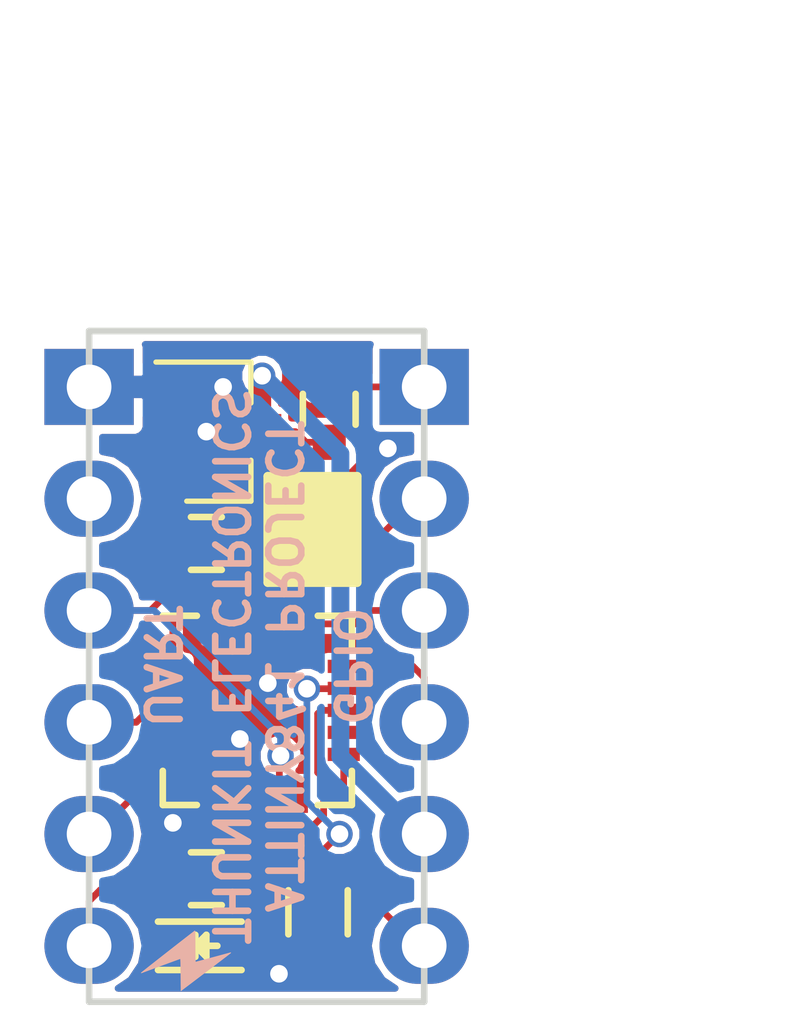
<source format=kicad_pcb>
(kicad_pcb (version 4) (host pcbnew 4.0.5+dfsg1-4)

  (general
    (links 28)
    (no_connects 0)
    (area 161.341999 108.636999 169.112001 124.027001)
    (thickness 1.6)
    (drawings 19)
    (tracks 86)
    (zones 0)
    (modules 17)
    (nets 19)
  )

  (page A4)
  (layers
    (0 F.Cu signal)
    (31 B.Cu signal)
    (32 B.Adhes user)
    (33 F.Adhes user)
    (34 B.Paste user)
    (35 F.Paste user)
    (36 B.SilkS user)
    (37 F.SilkS user)
    (38 B.Mask user)
    (39 F.Mask user)
    (40 Dwgs.User user)
    (41 Cmts.User user)
    (42 Eco1.User user)
    (43 Eco2.User user)
    (44 Edge.Cuts user)
    (45 Margin user)
    (46 B.CrtYd user)
    (47 F.CrtYd user)
    (48 B.Fab user hide)
    (49 F.Fab user hide)
  )

  (setup
    (last_trace_width 0.4064)
    (user_trace_width 0.4064)
    (trace_clearance 0.1524)
    (zone_clearance 0.1524)
    (zone_45_only no)
    (trace_min 0.1524)
    (segment_width 0.2)
    (edge_width 0.15)
    (via_size 0.6)
    (via_drill 0.4)
    (via_min_size 0.4)
    (via_min_drill 0.3)
    (uvia_size 0.3)
    (uvia_drill 0.1)
    (uvias_allowed no)
    (uvia_min_size 0)
    (uvia_min_drill 0)
    (pcb_text_width 0.3)
    (pcb_text_size 1.5 1.5)
    (mod_edge_width 0.15)
    (mod_text_size 1 1)
    (mod_text_width 0.15)
    (pad_size 0.6 0.6)
    (pad_drill 0.4)
    (pad_to_mask_clearance 0.0508)
    (aux_axis_origin 0 0)
    (visible_elements FFFFFF7F)
    (pcbplotparams
      (layerselection 0x00030_80000001)
      (usegerberextensions false)
      (excludeedgelayer true)
      (linewidth 0.100000)
      (plotframeref false)
      (viasonmask false)
      (mode 1)
      (useauxorigin false)
      (hpglpennumber 1)
      (hpglpenspeed 20)
      (hpglpendiameter 15)
      (hpglpenoverlay 2)
      (psnegative false)
      (psa4output false)
      (plotreference true)
      (plotvalue true)
      (plotinvisibletext false)
      (padsonsilk false)
      (subtractmaskfromsilk false)
      (outputformat 1)
      (mirror false)
      (drillshape 1)
      (scaleselection 1)
      (outputdirectory ""))
  )

  (net 0 "")
  (net 1 RTS)
  (net 2 "Net-(C1-Pad2)")
  (net 3 VIN)
  (net 4 GND)
  (net 5 VCC)
  (net 6 "Net-(D1-Pad2)")
  (net 7 CTS)
  (net 8 RX_T841)
  (net 9 TX_T841)
  (net 10 PA7)
  (net 11 PB0)
  (net 12 PA0)
  (net 13 PB1)
  (net 14 PA3)
  (net 15 "Net-(R1-Pad2)")
  (net 16 SCK)
  (net 17 MOSI)
  (net 18 MISO)

  (net_class Default "This is the default net class."
    (clearance 0.1524)
    (trace_width 0.1524)
    (via_dia 0.6)
    (via_drill 0.4)
    (uvia_dia 0.3)
    (uvia_drill 0.1)
    (add_net CTS)
    (add_net GND)
    (add_net MISO)
    (add_net MOSI)
    (add_net "Net-(C1-Pad2)")
    (add_net "Net-(D1-Pad2)")
    (add_net "Net-(R1-Pad2)")
    (add_net PA0)
    (add_net PA3)
    (add_net PA7)
    (add_net PB0)
    (add_net PB1)
    (add_net RTS)
    (add_net RX_T841)
    (add_net SCK)
    (add_net TX_T841)
    (add_net VCC)
    (add_net VIN)
  )

  (module MOD:Pin_Header_Straight_1x06_NO_SILK (layer B.Cu) (tedit 5BDE36EE) (tstamp 5BDE2305)
    (at 161.417 109.982 180)
    (descr "Through hole pin header")
    (tags "pin header")
    (path /5BDDEFA0)
    (fp_text reference P1 (at 0 5.1 180) (layer B.SilkS) hide
      (effects (font (size 1 1) (thickness 0.15)) (justify mirror))
    )
    (fp_text value UART (at 0 3.1 180) (layer B.Fab)
      (effects (font (size 1 1) (thickness 0.15)) (justify mirror))
    )
    (fp_line (start -1.75 1.75) (end -1.75 -14.45) (layer B.CrtYd) (width 0.05))
    (fp_line (start 1.75 1.75) (end 1.75 -14.45) (layer B.CrtYd) (width 0.05))
    (fp_line (start -1.75 1.75) (end 1.75 1.75) (layer B.CrtYd) (width 0.05))
    (fp_line (start -1.75 -14.45) (end 1.75 -14.45) (layer B.CrtYd) (width 0.05))
    (pad 1 thru_hole rect (at 0 0 180) (size 2.032 1.7272) (drill 1.016) (layers *.Cu *.Mask)
      (net 4 GND))
    (pad 2 thru_hole oval (at 0 -2.54 180) (size 2.032 1.7272) (drill 1.016) (layers *.Cu *.Mask)
      (net 7 CTS))
    (pad 3 thru_hole oval (at 0 -5.08 180) (size 2.032 1.7272) (drill 1.016) (layers *.Cu *.Mask)
      (net 5 VCC))
    (pad 4 thru_hole oval (at 0 -7.62 180) (size 2.032 1.7272) (drill 1.016) (layers *.Cu *.Mask)
      (net 8 RX_T841))
    (pad 5 thru_hole oval (at 0 -10.16 180) (size 2.032 1.7272) (drill 1.016) (layers *.Cu *.Mask)
      (net 9 TX_T841))
    (pad 6 thru_hole oval (at 0 -12.7 180) (size 2.032 1.7272) (drill 1.016) (layers *.Cu *.Mask)
      (net 1 RTS))
    (model Pin_Headers.3dshapes/Pin_Header_Angled_1x06.wrl
      (at (xyz 0 -0.25 -0.125))
      (scale (xyz 1 1 1))
      (rotate (xyz 0 180 270))
    )
  )

  (module "MOD:GND VIA" (layer F.Cu) (tedit 5BDE39A9) (tstamp 5BDE6AE7)
    (at 165.481 115.443)
    (fp_text reference "" (at 0 0) (layer F.SilkS)
      (effects (font (thickness 0.15)))
    )
    (fp_text value "" (at 0 0) (layer F.SilkS)
      (effects (font (thickness 0.15)))
    )
    (pad 1 thru_hole circle (at 0 1.27) (size 0.6 0.6) (drill 0.4) (layers *.Cu)
      (net 4 GND) (zone_connect 2))
  )

  (module "MOD:GND VIA" (layer F.Cu) (tedit 5BDE2800) (tstamp 5BDE6AA8)
    (at 164.084 109.728)
    (fp_text reference "" (at 0 0) (layer F.SilkS)
      (effects (font (thickness 0.15)))
    )
    (fp_text value "" (at 0 0) (layer F.SilkS)
      (effects (font (thickness 0.15)))
    )
    (pad 1 thru_hole circle (at 0 1.27) (size 0.6 0.6) (drill 0.4) (layers *.Cu)
      (net 4 GND) (zone_connect 2))
  )

  (module "MOD:GND VIA" (layer F.Cu) (tedit 5BDE2800) (tstamp 5BDE6AA4)
    (at 164.465 108.712)
    (fp_text reference "" (at 0 0) (layer F.SilkS)
      (effects (font (thickness 0.15)))
    )
    (fp_text value "" (at 0 0) (layer F.SilkS)
      (effects (font (thickness 0.15)))
    )
    (pad 1 thru_hole circle (at 0 1.27) (size 0.6 0.6) (drill 0.4) (layers *.Cu)
      (net 4 GND) (zone_connect 2))
  )

  (module "MOD:GND VIA" (layer F.Cu) (tedit 5BDE2800) (tstamp 5BDE6AA0)
    (at 168.2115 110.109)
    (fp_text reference "" (at 0 0) (layer F.SilkS)
      (effects (font (thickness 0.15)))
    )
    (fp_text value "" (at 0 0) (layer F.SilkS)
      (effects (font (thickness 0.15)))
    )
    (pad 1 thru_hole circle (at 0 1.27) (size 0.6 0.6) (drill 0.4) (layers *.Cu)
      (net 4 GND) (zone_connect 2))
  )

  (module "MOD:GND VIA" (layer F.Cu) (tedit 5BDE2800) (tstamp 5BDE6A9C)
    (at 163.322 118.618)
    (fp_text reference "" (at 0 0) (layer F.SilkS)
      (effects (font (thickness 0.15)))
    )
    (fp_text value "" (at 0 0) (layer F.SilkS)
      (effects (font (thickness 0.15)))
    )
    (pad 1 thru_hole circle (at 0 1.27) (size 0.6 0.6) (drill 0.4) (layers *.Cu)
      (net 4 GND) (zone_connect 2))
  )

  (module MOD:Pin_Header_Straight_1x06_NO_SILK (layer B.Cu) (tedit 5BDE36EE) (tstamp 5BDE2544)
    (at 169.037 109.982 180)
    (descr "Through hole pin header")
    (tags "pin header")
    (path /5BDE4F0B)
    (fp_text reference P2 (at 0 5.1 180) (layer B.SilkS) hide
      (effects (font (size 1 1) (thickness 0.15)) (justify mirror))
    )
    (fp_text value GPIO (at 0 3.1 180) (layer B.Fab)
      (effects (font (size 1 1) (thickness 0.15)) (justify mirror))
    )
    (fp_line (start -1.75 1.75) (end -1.75 -14.45) (layer B.CrtYd) (width 0.05))
    (fp_line (start 1.75 1.75) (end 1.75 -14.45) (layer B.CrtYd) (width 0.05))
    (fp_line (start -1.75 1.75) (end 1.75 1.75) (layer B.CrtYd) (width 0.05))
    (fp_line (start -1.75 -14.45) (end 1.75 -14.45) (layer B.CrtYd) (width 0.05))
    (pad 1 thru_hole rect (at 0 0 180) (size 2.032 1.7272) (drill 1.016) (layers *.Cu *.Mask)
      (net 16 SCK))
    (pad 2 thru_hole oval (at 0 -2.54 180) (size 2.032 1.7272) (drill 1.016) (layers *.Cu *.Mask)
      (net 18 MISO))
    (pad 3 thru_hole oval (at 0 -5.08 180) (size 2.032 1.7272) (drill 1.016) (layers *.Cu *.Mask)
      (net 17 MOSI))
    (pad 4 thru_hole oval (at 0 -7.62 180) (size 2.032 1.7272) (drill 1.016) (layers *.Cu *.Mask)
      (net 10 PA7))
    (pad 5 thru_hole oval (at 0 -10.16 180) (size 2.032 1.7272) (drill 1.016) (layers *.Cu *.Mask)
      (net 3 VIN))
    (pad 6 thru_hole oval (at 0 -12.7 180) (size 2.032 1.7272) (drill 1.016) (layers *.Cu *.Mask)
      (net 11 PB0))
    (model Pin_Headers.3dshapes/Pin_Header_Angled_1x06.wrl
      (at (xyz 0 -0.25 0.05))
      (scale (xyz 1 1 1))
      (rotate (xyz 0 0 90))
    )
  )

  (module "MOD:GND VIA" (layer F.Cu) (tedit 5BDE2800) (tstamp 5BDE2885)
    (at 165.735 122.047)
    (fp_text reference "" (at 0 0) (layer F.SilkS)
      (effects (font (thickness 0.15)))
    )
    (fp_text value "" (at 0 0) (layer F.SilkS)
      (effects (font (thickness 0.15)))
    )
    (pad 1 thru_hole circle (at 0 1.27) (size 0.6 0.6) (drill 0.4) (layers *.Cu)
      (net 4 GND) (zone_connect 2))
  )

  (module Capacitors_SMD:C_0603 (layer F.Cu) (tedit 5BDE23FD) (tstamp 5BDE22E3)
    (at 164.084 121.158)
    (descr "Capacitor SMD 0603, reflow soldering, AVX (see smccp.pdf)")
    (tags "capacitor 0603")
    (path /5BDE2060)
    (attr smd)
    (fp_text reference C1 (at 0 -1.9) (layer F.SilkS) hide
      (effects (font (size 1 1) (thickness 0.15)))
    )
    (fp_text value C (at 0 1.9) (layer F.Fab)
      (effects (font (size 1 1) (thickness 0.15)))
    )
    (fp_line (start -0.8 0.4) (end -0.8 -0.4) (layer F.Fab) (width 0.15))
    (fp_line (start 0.8 0.4) (end -0.8 0.4) (layer F.Fab) (width 0.15))
    (fp_line (start 0.8 -0.4) (end 0.8 0.4) (layer F.Fab) (width 0.15))
    (fp_line (start -0.8 -0.4) (end 0.8 -0.4) (layer F.Fab) (width 0.15))
    (fp_line (start -1.45 -0.75) (end 1.45 -0.75) (layer F.CrtYd) (width 0.05))
    (fp_line (start -1.45 0.75) (end 1.45 0.75) (layer F.CrtYd) (width 0.05))
    (fp_line (start -1.45 -0.75) (end -1.45 0.75) (layer F.CrtYd) (width 0.05))
    (fp_line (start 1.45 -0.75) (end 1.45 0.75) (layer F.CrtYd) (width 0.05))
    (fp_line (start -0.35 -0.6) (end 0.35 -0.6) (layer F.SilkS) (width 0.15))
    (fp_line (start 0.35 0.6) (end -0.35 0.6) (layer F.SilkS) (width 0.15))
    (pad 1 smd rect (at -0.75 0) (size 0.8 0.75) (layers F.Cu F.Paste F.Mask)
      (net 1 RTS))
    (pad 2 smd rect (at 0.75 0) (size 0.8 0.75) (layers F.Cu F.Paste F.Mask)
      (net 2 "Net-(C1-Pad2)"))
    (model Capacitors_SMD.3dshapes/C_0603.wrl
      (at (xyz 0 0 0))
      (scale (xyz 1 1 1))
      (rotate (xyz 0 0 0))
    )
  )

  (module Capacitors_SMD:C_0603 (layer F.Cu) (tedit 5BDE23FB) (tstamp 5BDE22E9)
    (at 166.878 110.49 90)
    (descr "Capacitor SMD 0603, reflow soldering, AVX (see smccp.pdf)")
    (tags "capacitor 0603")
    (path /5BDDE9C7)
    (attr smd)
    (fp_text reference C2 (at 0 -1.9 90) (layer F.SilkS) hide
      (effects (font (size 1 1) (thickness 0.15)))
    )
    (fp_text value C (at 0 1.9 90) (layer F.Fab)
      (effects (font (size 1 1) (thickness 0.15)))
    )
    (fp_line (start -0.8 0.4) (end -0.8 -0.4) (layer F.Fab) (width 0.15))
    (fp_line (start 0.8 0.4) (end -0.8 0.4) (layer F.Fab) (width 0.15))
    (fp_line (start 0.8 -0.4) (end 0.8 0.4) (layer F.Fab) (width 0.15))
    (fp_line (start -0.8 -0.4) (end 0.8 -0.4) (layer F.Fab) (width 0.15))
    (fp_line (start -1.45 -0.75) (end 1.45 -0.75) (layer F.CrtYd) (width 0.05))
    (fp_line (start -1.45 0.75) (end 1.45 0.75) (layer F.CrtYd) (width 0.05))
    (fp_line (start -1.45 -0.75) (end -1.45 0.75) (layer F.CrtYd) (width 0.05))
    (fp_line (start 1.45 -0.75) (end 1.45 0.75) (layer F.CrtYd) (width 0.05))
    (fp_line (start -0.35 -0.6) (end 0.35 -0.6) (layer F.SilkS) (width 0.15))
    (fp_line (start 0.35 0.6) (end -0.35 0.6) (layer F.SilkS) (width 0.15))
    (pad 1 smd rect (at -0.75 0 90) (size 0.8 0.75) (layers F.Cu F.Paste F.Mask)
      (net 3 VIN))
    (pad 2 smd rect (at 0.75 0 90) (size 0.8 0.75) (layers F.Cu F.Paste F.Mask)
      (net 4 GND))
    (model Capacitors_SMD.3dshapes/C_0603.wrl
      (at (xyz 0 0 0))
      (scale (xyz 1 1 1))
      (rotate (xyz 0 0 0))
    )
  )

  (module Capacitors_SMD:C_0603 (layer F.Cu) (tedit 5BDE23F8) (tstamp 5BDE22EF)
    (at 164.084 113.538)
    (descr "Capacitor SMD 0603, reflow soldering, AVX (see smccp.pdf)")
    (tags "capacitor 0603")
    (path /5BDDEA20)
    (attr smd)
    (fp_text reference C3 (at 0 -1.9) (layer F.SilkS) hide
      (effects (font (size 1 1) (thickness 0.15)))
    )
    (fp_text value C (at 0 1.9) (layer F.Fab)
      (effects (font (size 1 1) (thickness 0.15)))
    )
    (fp_line (start -0.8 0.4) (end -0.8 -0.4) (layer F.Fab) (width 0.15))
    (fp_line (start 0.8 0.4) (end -0.8 0.4) (layer F.Fab) (width 0.15))
    (fp_line (start 0.8 -0.4) (end 0.8 0.4) (layer F.Fab) (width 0.15))
    (fp_line (start -0.8 -0.4) (end 0.8 -0.4) (layer F.Fab) (width 0.15))
    (fp_line (start -1.45 -0.75) (end 1.45 -0.75) (layer F.CrtYd) (width 0.05))
    (fp_line (start -1.45 0.75) (end 1.45 0.75) (layer F.CrtYd) (width 0.05))
    (fp_line (start -1.45 -0.75) (end -1.45 0.75) (layer F.CrtYd) (width 0.05))
    (fp_line (start 1.45 -0.75) (end 1.45 0.75) (layer F.CrtYd) (width 0.05))
    (fp_line (start -0.35 -0.6) (end 0.35 -0.6) (layer F.SilkS) (width 0.15))
    (fp_line (start 0.35 0.6) (end -0.35 0.6) (layer F.SilkS) (width 0.15))
    (pad 1 smd rect (at -0.75 0) (size 0.8 0.75) (layers F.Cu F.Paste F.Mask)
      (net 5 VCC))
    (pad 2 smd rect (at 0.75 0) (size 0.8 0.75) (layers F.Cu F.Paste F.Mask)
      (net 4 GND))
    (model Capacitors_SMD.3dshapes/C_0603.wrl
      (at (xyz 0 0 0))
      (scale (xyz 1 1 1))
      (rotate (xyz 0 0 0))
    )
  )

  (module LEDs:LED_0603 (layer F.Cu) (tedit 5BDE23F5) (tstamp 5BDE22F5)
    (at 164.084 122.682)
    (descr "LED 0603 smd package")
    (tags "LED led 0603 SMD smd SMT smt smdled SMDLED smtled SMTLED")
    (path /5BDE25A5)
    (attr smd)
    (fp_text reference D1 (at 0 -1.5) (layer F.SilkS) hide
      (effects (font (size 1 1) (thickness 0.15)))
    )
    (fp_text value LED (at 0 1.5) (layer F.Fab)
      (effects (font (size 1 1) (thickness 0.15)))
    )
    (fp_line (start -0.3 -0.2) (end -0.3 0.2) (layer F.Fab) (width 0.15))
    (fp_line (start -0.2 0) (end 0.1 -0.2) (layer F.Fab) (width 0.15))
    (fp_line (start 0.1 0.2) (end -0.2 0) (layer F.Fab) (width 0.15))
    (fp_line (start 0.1 -0.2) (end 0.1 0.2) (layer F.Fab) (width 0.15))
    (fp_line (start 0.8 0.4) (end -0.8 0.4) (layer F.Fab) (width 0.15))
    (fp_line (start 0.8 -0.4) (end 0.8 0.4) (layer F.Fab) (width 0.15))
    (fp_line (start -0.8 -0.4) (end 0.8 -0.4) (layer F.Fab) (width 0.15))
    (fp_line (start -0.8 0.4) (end -0.8 -0.4) (layer F.Fab) (width 0.15))
    (fp_line (start -1.1 0.55) (end 0.8 0.55) (layer F.SilkS) (width 0.15))
    (fp_line (start -1.1 -0.55) (end 0.8 -0.55) (layer F.SilkS) (width 0.15))
    (fp_line (start -0.2 0) (end 0.25 0) (layer F.SilkS) (width 0.15))
    (fp_line (start -0.25 -0.25) (end -0.25 0.25) (layer F.SilkS) (width 0.15))
    (fp_line (start -0.25 0) (end 0 -0.25) (layer F.SilkS) (width 0.15))
    (fp_line (start 0 -0.25) (end 0 0.25) (layer F.SilkS) (width 0.15))
    (fp_line (start 0 0.25) (end -0.25 0) (layer F.SilkS) (width 0.15))
    (fp_line (start 1.4 -0.75) (end 1.4 0.75) (layer F.CrtYd) (width 0.05))
    (fp_line (start 1.4 0.75) (end -1.4 0.75) (layer F.CrtYd) (width 0.05))
    (fp_line (start -1.4 0.75) (end -1.4 -0.75) (layer F.CrtYd) (width 0.05))
    (fp_line (start -1.4 -0.75) (end 1.4 -0.75) (layer F.CrtYd) (width 0.05))
    (pad 2 smd rect (at 0.7493 0 180) (size 0.79756 0.79756) (layers F.Cu F.Paste F.Mask)
      (net 6 "Net-(D1-Pad2)"))
    (pad 1 smd rect (at -0.7493 0 180) (size 0.79756 0.79756) (layers F.Cu F.Paste F.Mask)
      (net 4 GND))
    (model LEDs.3dshapes/LED_0603.wrl
      (at (xyz 0 0 0))
      (scale (xyz 1 1 1))
      (rotate (xyz 0 0 180))
    )
  )

  (module TO_SOT_Packages_SMD:SOT-23 (layer F.Cu) (tedit 5BDE2390) (tstamp 5BDE234E)
    (at 164.338 110.998)
    (descr "SOT-23, Standard")
    (tags SOT-23)
    (path /5BDDE757)
    (attr smd)
    (fp_text reference U2 (at -1.54 -3.302) (layer F.SilkS) hide
      (effects (font (size 1 1) (thickness 0.15)))
    )
    (fp_text value AP1117 (at -0.6731 2.5) (layer F.Fab)
      (effects (font (size 1 1) (thickness 0.15)))
    )
    (fp_line (start 0.76 1.58) (end 0.76 0.65) (layer F.SilkS) (width 0.12))
    (fp_line (start 0.76 -1.58) (end 0.76 -0.65) (layer F.SilkS) (width 0.12))
    (fp_line (start 0.7 -1.52) (end 0.7 1.52) (layer F.Fab) (width 0.15))
    (fp_line (start -0.7 1.52) (end 0.7 1.52) (layer F.Fab) (width 0.15))
    (fp_line (start -1.7 -1.75) (end 1.7 -1.75) (layer F.CrtYd) (width 0.05))
    (fp_line (start 1.7 -1.75) (end 1.7 1.75) (layer F.CrtYd) (width 0.05))
    (fp_line (start 1.7 1.75) (end -1.7 1.75) (layer F.CrtYd) (width 0.05))
    (fp_line (start -1.7 1.75) (end -1.7 -1.75) (layer F.CrtYd) (width 0.05))
    (fp_line (start 0.76 -1.58) (end -1.4 -1.58) (layer F.SilkS) (width 0.12))
    (fp_line (start -0.7 -1.52) (end 0.7 -1.52) (layer F.Fab) (width 0.15))
    (fp_line (start -0.7 -1.52) (end -0.7 1.52) (layer F.Fab) (width 0.15))
    (fp_line (start 0.76 1.58) (end -0.7 1.58) (layer F.SilkS) (width 0.12))
    (pad 1 smd rect (at -1 -0.95) (size 0.9 0.8) (layers F.Cu F.Paste F.Mask)
      (net 4 GND))
    (pad 2 smd rect (at -1 0.95) (size 0.9 0.8) (layers F.Cu F.Paste F.Mask)
      (net 5 VCC))
    (pad 3 smd rect (at 1 0) (size 0.9 0.8) (layers F.Cu F.Paste F.Mask)
      (net 3 VIN))
    (model TO_SOT_Packages_SMD.3dshapes/SOT-23.wrl
      (at (xyz 0 0 0))
      (scale (xyz 1 1 1))
      (rotate (xyz 0 0 90))
    )
  )

  (module Resistors_SMD:R_0603 (layer F.Cu) (tedit 5BDE23F2) (tstamp 5BDE24AA)
    (at 166.624 121.92 90)
    (descr "Resistor SMD 0603, reflow soldering, Vishay (see dcrcw.pdf)")
    (tags "resistor 0603")
    (path /5BDE2602)
    (attr smd)
    (fp_text reference R1 (at 0 -1.9 90) (layer F.SilkS) hide
      (effects (font (size 1 1) (thickness 0.15)))
    )
    (fp_text value R (at 0 1.9 90) (layer F.Fab)
      (effects (font (size 1 1) (thickness 0.15)))
    )
    (fp_line (start -0.8 0.4) (end -0.8 -0.4) (layer F.Fab) (width 0.1))
    (fp_line (start 0.8 0.4) (end -0.8 0.4) (layer F.Fab) (width 0.1))
    (fp_line (start 0.8 -0.4) (end 0.8 0.4) (layer F.Fab) (width 0.1))
    (fp_line (start -0.8 -0.4) (end 0.8 -0.4) (layer F.Fab) (width 0.1))
    (fp_line (start -1.3 -0.8) (end 1.3 -0.8) (layer F.CrtYd) (width 0.05))
    (fp_line (start -1.3 0.8) (end 1.3 0.8) (layer F.CrtYd) (width 0.05))
    (fp_line (start -1.3 -0.8) (end -1.3 0.8) (layer F.CrtYd) (width 0.05))
    (fp_line (start 1.3 -0.8) (end 1.3 0.8) (layer F.CrtYd) (width 0.05))
    (fp_line (start 0.5 0.675) (end -0.5 0.675) (layer F.SilkS) (width 0.15))
    (fp_line (start -0.5 -0.675) (end 0.5 -0.675) (layer F.SilkS) (width 0.15))
    (pad 1 smd rect (at -0.75 0 90) (size 0.5 0.9) (layers F.Cu F.Paste F.Mask)
      (net 6 "Net-(D1-Pad2)"))
    (pad 2 smd rect (at 0.75 0 90) (size 0.5 0.9) (layers F.Cu F.Paste F.Mask)
      (net 15 "Net-(R1-Pad2)"))
    (model Resistors_SMD.3dshapes/R_0603.wrl
      (at (xyz 0 0 0))
      (scale (xyz 1 1 1))
      (rotate (xyz 0 0 0))
    )
  )

  (module MOD:QFN-20-1EP_4x4mm_Pitch0.5mm (layer F.Cu) (tedit 5BDE3BAC) (tstamp 5BDE2347)
    (at 165.243 117.332)
    (descr "20-Lead Plastic Quad Flat, No Lead Package (ML) - 4x4x0.9 mm Body [QFN]; (see Microchip Packaging Specification 00000049BS.pdf)")
    (tags "QFN 0.5")
    (path /5BDDDE73)
    (attr smd)
    (fp_text reference U1 (at 0 -3.33) (layer F.SilkS) hide
      (effects (font (size 1 1) (thickness 0.15)))
    )
    (fp_text value ATTINY841-MU (at 0 3.33) (layer F.Fab)
      (effects (font (size 1 1) (thickness 0.15)))
    )
    (fp_line (start -1 -2) (end 2 -2) (layer F.Fab) (width 0.15))
    (fp_line (start 2 -2) (end 2 2) (layer F.Fab) (width 0.15))
    (fp_line (start 2 2) (end -2 2) (layer F.Fab) (width 0.15))
    (fp_line (start -2 2) (end -2 -1) (layer F.Fab) (width 0.15))
    (fp_line (start -2 -1) (end -1 -2) (layer F.Fab) (width 0.15))
    (fp_line (start -2.6 -2.6) (end -2.6 2.6) (layer F.CrtYd) (width 0.05))
    (fp_line (start 2.6 -2.6) (end 2.6 2.6) (layer F.CrtYd) (width 0.05))
    (fp_line (start -2.6 -2.6) (end 2.6 -2.6) (layer F.CrtYd) (width 0.05))
    (fp_line (start -2.6 2.6) (end 2.6 2.6) (layer F.CrtYd) (width 0.05))
    (fp_line (start 2.15 -2.15) (end 2.15 -1.375) (layer F.SilkS) (width 0.15))
    (fp_line (start -2.15 2.15) (end -2.15 1.375) (layer F.SilkS) (width 0.15))
    (fp_line (start 2.15 2.15) (end 2.15 1.375) (layer F.SilkS) (width 0.15))
    (fp_line (start -2.15 -2.15) (end -1.375 -2.15) (layer F.SilkS) (width 0.15))
    (fp_line (start -2.15 2.15) (end -1.375 2.15) (layer F.SilkS) (width 0.15))
    (fp_line (start 2.15 2.15) (end 1.375 2.15) (layer F.SilkS) (width 0.15))
    (fp_line (start 2.15 -2.15) (end 1.375 -2.15) (layer F.SilkS) (width 0.15))
    (pad 1 smd rect (at -1.965 -1) (size 0.73 0.3) (layers F.Cu F.Paste F.Mask)
      (net 16 SCK))
    (pad 2 smd rect (at -1.965 -0.5) (size 0.73 0.3) (layers F.Cu F.Paste F.Mask)
      (net 14 PA3))
    (pad 3 smd rect (at -1.965 0) (size 0.73 0.3) (layers F.Cu F.Paste F.Mask)
      (net 8 RX_T841))
    (pad 4 smd rect (at -1.965 0.5) (size 0.73 0.3) (layers F.Cu F.Paste F.Mask)
      (net 9 TX_T841))
    (pad 5 smd rect (at -1.965 1) (size 0.73 0.3) (layers F.Cu F.Paste F.Mask)
      (net 12 PA0))
    (pad 6 smd rect (at -1 1.965 90) (size 0.73 0.3) (layers F.Cu F.Paste F.Mask))
    (pad 7 smd rect (at -0.5 1.965 90) (size 0.73 0.3) (layers F.Cu F.Paste F.Mask))
    (pad 8 smd rect (at 0 1.965 90) (size 0.73 0.3) (layers F.Cu F.Paste F.Mask)
      (net 4 GND))
    (pad 9 smd rect (at 0.5 1.965 90) (size 0.73 0.3) (layers F.Cu F.Paste F.Mask)
      (net 5 VCC))
    (pad 10 smd rect (at 1 1.965 90) (size 0.73 0.3) (layers F.Cu F.Paste F.Mask))
    (pad 11 smd rect (at 1.965 1) (size 0.73 0.3) (layers F.Cu F.Paste F.Mask)
      (net 11 PB0))
    (pad 12 smd rect (at 1.965 0.5) (size 0.73 0.3) (layers F.Cu F.Paste F.Mask)
      (net 13 PB1))
    (pad 13 smd rect (at 1.965 0) (size 0.73 0.3) (layers F.Cu F.Paste F.Mask)
      (net 2 "Net-(C1-Pad2)"))
    (pad 14 smd rect (at 1.965 -0.5) (size 0.73 0.3) (layers F.Cu F.Paste F.Mask)
      (net 15 "Net-(R1-Pad2)"))
    (pad 15 smd rect (at 1.965 -1) (size 0.73 0.3) (layers F.Cu F.Paste F.Mask)
      (net 10 PA7))
    (pad 16 smd rect (at 1 -1.965 90) (size 0.73 0.3) (layers F.Cu F.Paste F.Mask)
      (net 17 MOSI))
    (pad 17 smd rect (at 0.5 -1.965 90) (size 0.73 0.3) (layers F.Cu F.Paste F.Mask))
    (pad 18 smd rect (at 0 -1.965 90) (size 0.73 0.3) (layers F.Cu F.Paste F.Mask))
    (pad 19 smd rect (at -0.5 -1.965 90) (size 0.73 0.3) (layers F.Cu F.Paste F.Mask))
    (pad 20 smd rect (at -1 -1.965 90) (size 0.73 0.3) (layers F.Cu F.Paste F.Mask)
      (net 18 MISO))
    (model ${KISYS3DMOD}/Housings_DFN_QFN.3dshapes/QFN-20-1EP_4x4mm_Pitch0.5mm.wrl
      (at (xyz 0 0 0))
      (scale (xyz 1 1 1))
      (rotate (xyz 0 0 0))
    )
  )

  (module "MOD:GND VIA" (layer F.Cu) (tedit 5BDE39A9) (tstamp 5BDE6A4C)
    (at 164.846 116.713)
    (fp_text reference "" (at 0 0) (layer F.SilkS)
      (effects (font (thickness 0.15)))
    )
    (fp_text value "" (at 0 0) (layer F.SilkS)
      (effects (font (thickness 0.15)))
    )
    (pad 1 thru_hole circle (at 0 1.27) (size 0.6 0.6) (drill 0.4) (layers *.Cu)
      (net 4 GND) (zone_connect 2))
  )

  (module MOD:lightning2 (layer B.Cu) (tedit 0) (tstamp 5BDEF74E)
    (at 163.576 123.063 270)
    (fp_text reference G*** (at 0 0 270) (layer B.SilkS) hide
      (effects (font (thickness 0.3)) (justify mirror))
    )
    (fp_text value LOGO (at 0.75 0 270) (layer B.SilkS) hide
      (effects (font (thickness 0.3)) (justify mirror))
    )
    (fp_poly (pts (xy 0.235765 0.96729) (xy 0.228162 0.94615) (xy 0.21584 0.913513) (xy 0.197183 0.86346)
      (xy 0.173378 0.79923) (xy 0.145614 0.724057) (xy 0.115076 0.641179) (xy 0.082954 0.553831)
      (xy 0.050433 0.46525) (xy 0.018702 0.378673) (xy -0.011052 0.297336) (xy -0.037642 0.224475)
      (xy -0.05988 0.163326) (xy -0.076578 0.117126) (xy -0.08655 0.089112) (xy -0.0889 0.081988)
      (xy -0.076729 0.080494) (xy -0.042328 0.078927) (xy 0.011132 0.07736) (xy 0.080482 0.075872)
      (xy 0.162552 0.074537) (xy 0.254171 0.073433) (xy 0.276443 0.073217) (xy 0.641787 0.06985)
      (xy 0.220728 -0.486879) (xy 0.141472 -0.591571) (xy 0.066522 -0.690374) (xy -0.002672 -0.781392)
      (xy -0.06466 -0.862728) (xy -0.117994 -0.932485) (xy -0.161224 -0.988766) (xy -0.192901 -1.029675)
      (xy -0.211575 -1.053315) (xy -0.215893 -1.058379) (xy -0.226448 -1.064999) (xy -0.224955 -1.050813)
      (xy -0.22409 -1.04775) (xy -0.216216 -1.019736) (xy -0.203435 -0.973249) (xy -0.186703 -0.91185)
      (xy -0.166978 -0.8391) (xy -0.145217 -0.758563) (xy -0.122377 -0.6738) (xy -0.099417 -0.588373)
      (xy -0.077292 -0.505844) (xy -0.056961 -0.429775) (xy -0.03938 -0.363729) (xy -0.025508 -0.311267)
      (xy -0.016301 -0.275952) (xy -0.012716 -0.261345) (xy -0.0127 -0.261192) (xy -0.024865 -0.25933)
      (xy -0.059216 -0.257646) (xy -0.11254 -0.256207) (xy -0.181624 -0.255078) (xy -0.263256 -0.254322)
      (xy -0.354221 -0.254005) (xy -0.3683 -0.254) (xy -0.460376 -0.253783) (xy -0.543593 -0.25317)
      (xy -0.61474 -0.252219) (xy -0.670603 -0.250986) (xy -0.707968 -0.24953) (xy -0.723623 -0.247908)
      (xy -0.7239 -0.247657) (xy -0.716323 -0.236945) (xy -0.69469 -0.208379) (xy -0.660651 -0.164067)
      (xy -0.615855 -0.106118) (xy -0.56195 -0.036639) (xy -0.500587 0.042261) (xy -0.433414 0.128472)
      (xy -0.362081 0.219888) (xy -0.288237 0.314398) (xy -0.21353 0.409896) (xy -0.139611 0.504271)
      (xy -0.068127 0.595417) (xy -0.00073 0.681224) (xy 0.060934 0.759583) (xy 0.115213 0.828387)
      (xy 0.16046 0.885527) (xy 0.195025 0.928894) (xy 0.217258 0.956381) (xy 0.224749 0.9652)
      (xy 0.235777 0.975093) (xy 0.235765 0.96729)) (layer B.SilkS) (width 0.01))
  )

  (gr_line (start 165.608 113.411) (end 167.386 113.411) (layer F.SilkS) (width 0.4) (tstamp 5BE20038))
  (gr_line (start 165.608 113.792) (end 167.386 113.792) (layer F.SilkS) (width 0.4) (tstamp 5BE20016))
  (gr_line (start 165.608 114.173) (end 167.386 114.173) (layer F.SilkS) (width 0.4) (tstamp 5BE20015))
  (gr_line (start 165.608 113.03) (end 167.386 113.03) (layer F.SilkS) (width 0.4) (tstamp 5BE20013))
  (gr_line (start 165.608 112.649) (end 167.386 112.649) (layer F.SilkS) (width 0.4) (tstamp 5BE20012))
  (gr_line (start 165.608 112.268) (end 167.386 112.268) (layer F.SilkS) (width 0.4))
  (gr_line (start 165.481 114.427) (end 165.481 112.014) (layer F.SilkS) (width 0.2))
  (gr_line (start 167.513 114.427) (end 165.481 114.427) (layer F.SilkS) (width 0.2))
  (gr_line (start 167.513 112.014) (end 167.513 114.427) (layer F.SilkS) (width 0.2))
  (gr_line (start 165.481 112.014) (end 167.513 112.014) (layer F.SilkS) (width 0.2))
  (gr_text GPIO (at 167.386 116.332 270) (layer B.SilkS) (tstamp 5BDEF6FA)
    (effects (font (size 0.75 0.75) (thickness 0.15)) (justify mirror))
  )
  (gr_text UART (at 163.068 116.332 270) (layer B.SilkS) (tstamp 5BDEF6E5)
    (effects (font (size 0.75 0.75) (thickness 0.15)) (justify mirror))
  )
  (gr_text "ATTINY841 PROJECT\nTHUNKIT ELECTRONICS\n" (at 165.227 116.332 270) (layer B.SilkS)
    (effects (font (size 0.75 0.75) (thickness 0.15)) (justify mirror))
  )
  (gr_line (start 161.417 123.952) (end 161.417 108.712) (layer Edge.Cuts) (width 0.15))
  (gr_line (start 169.037 123.952) (end 161.417 123.952) (layer Edge.Cuts) (width 0.15))
  (gr_line (start 169.037 108.712) (end 169.037 123.952) (layer Edge.Cuts) (width 0.15))
  (gr_line (start 161.417 108.712) (end 169.037 108.712) (layer Edge.Cuts) (width 0.15))
  (dimension 15.24 (width 0.3) (layer Eco1.User)
    (gr_text "0.6000 in" (at 174.959 116.332 270) (layer Eco1.User)
      (effects (font (size 1.5 1.5) (thickness 0.3)))
    )
    (feature1 (pts (xy 169.037 123.952) (xy 176.309 123.952)))
    (feature2 (pts (xy 169.037 108.712) (xy 176.309 108.712)))
    (crossbar (pts (xy 173.609 108.712) (xy 173.609 123.952)))
    (arrow1a (pts (xy 173.609 123.952) (xy 173.022579 122.825496)))
    (arrow1b (pts (xy 173.609 123.952) (xy 174.195421 122.825496)))
    (arrow2a (pts (xy 173.609 108.712) (xy 173.022579 109.838504)))
    (arrow2b (pts (xy 173.609 108.712) (xy 174.195421 109.838504)))
  )
  (dimension 7.62 (width 0.3) (layer Eco1.User)
    (gr_text "0.3000 in" (at 165.227 103.044) (layer Eco1.User)
      (effects (font (size 1.5 1.5) (thickness 0.3)))
    )
    (feature1 (pts (xy 169.037 108.712) (xy 169.037 101.694)))
    (feature2 (pts (xy 161.417 108.712) (xy 161.417 101.694)))
    (crossbar (pts (xy 161.417 104.394) (xy 169.037 104.394)))
    (arrow1a (pts (xy 169.037 104.394) (xy 167.910496 104.980421)))
    (arrow1b (pts (xy 169.037 104.394) (xy 167.910496 103.807579)))
    (arrow2a (pts (xy 161.417 104.394) (xy 162.543504 104.980421)))
    (arrow2b (pts (xy 161.417 104.394) (xy 162.543504 103.807579)))
  )

  (segment (start 161.417 122.682) (end 161.417 121.666) (width 0.1524) (layer F.Cu) (net 1))
  (segment (start 161.417 121.666) (end 161.671 121.412) (width 0.1524) (layer F.Cu) (net 1))
  (segment (start 161.671 121.412) (end 163.08 121.412) (width 0.1524) (layer F.Cu) (net 1))
  (segment (start 163.08 121.412) (end 163.334 121.158) (width 0.1524) (layer F.Cu) (net 1))
  (segment (start 164.973 120.396) (end 164.834 120.535) (width 0.1524) (layer F.Cu) (net 2))
  (segment (start 164.834 120.535) (end 164.834 121.158) (width 0.1524) (layer F.Cu) (net 2))
  (segment (start 166.070482 120.396) (end 164.973 120.396) (width 0.1524) (layer F.Cu) (net 2))
  (segment (start 166.751 118.878518) (end 166.751 119.715482) (width 0.1524) (layer F.Cu) (net 2))
  (segment (start 166.751 119.715482) (end 166.070482 120.396) (width 0.1524) (layer F.Cu) (net 2))
  (segment (start 167.208 117.332) (end 166.6906 117.332) (width 0.1524) (layer F.Cu) (net 2))
  (segment (start 166.6906 117.332) (end 166.614399 117.408201) (width 0.1524) (layer F.Cu) (net 2))
  (segment (start 166.614399 117.408201) (end 166.614399 118.741917) (width 0.1524) (layer F.Cu) (net 2))
  (segment (start 166.614399 118.741917) (end 166.751 118.878518) (width 0.1524) (layer F.Cu) (net 2))
  (segment (start 165.354 109.728) (end 165.354 110.982) (width 0.4064) (layer F.Cu) (net 3))
  (segment (start 165.354 110.982) (end 165.338 110.998) (width 0.4064) (layer F.Cu) (net 3))
  (segment (start 167.132 111.506) (end 165.354 109.728) (width 0.4064) (layer B.Cu) (net 3))
  (via (at 165.354 109.728) (size 0.6) (drill 0.4) (layers F.Cu B.Cu) (net 3))
  (segment (start 167.132 118.3894) (end 167.132 111.506) (width 0.4064) (layer B.Cu) (net 3))
  (segment (start 169.037 120.142) (end 168.8846 120.142) (width 0.4064) (layer B.Cu) (net 3))
  (segment (start 168.8846 120.142) (end 167.132 118.3894) (width 0.4064) (layer B.Cu) (net 3))
  (segment (start 166.878 111.24) (end 166.3506 111.24) (width 0.1524) (layer F.Cu) (net 3))
  (segment (start 166.3506 111.24) (end 166.1086 110.998) (width 0.1524) (layer F.Cu) (net 3))
  (segment (start 166.1086 110.998) (end 165.338 110.998) (width 0.1524) (layer F.Cu) (net 3))
  (segment (start 161.417 109.982) (end 163.272 109.982) (width 0.4064) (layer F.Cu) (net 4))
  (segment (start 163.272 109.982) (end 163.338 110.048) (width 0.4064) (layer F.Cu) (net 4))
  (segment (start 164.846 117.983) (end 165.243 118.38) (width 0.1524) (layer F.Cu) (net 4))
  (segment (start 165.243 118.38) (end 165.243 119.297) (width 0.1524) (layer F.Cu) (net 4))
  (segment (start 165.743 119.297) (end 165.743 118.39115) (width 0.1524) (layer F.Cu) (net 5))
  (segment (start 165.771331 117.938555) (end 165.771331 118.362819) (width 0.1524) (layer B.Cu) (net 5))
  (segment (start 162.894776 115.062) (end 165.771331 117.938555) (width 0.1524) (layer B.Cu) (net 5))
  (segment (start 161.417 115.062) (end 162.894776 115.062) (width 0.1524) (layer B.Cu) (net 5))
  (segment (start 165.743 118.39115) (end 165.771331 118.362819) (width 0.1524) (layer F.Cu) (net 5))
  (via (at 165.771331 118.362819) (size 0.6) (drill 0.4) (layers F.Cu B.Cu) (net 5))
  (segment (start 163.334 113.538) (end 163.334 111.952) (width 0.1524) (layer F.Cu) (net 5))
  (segment (start 163.334 111.952) (end 163.338 111.948) (width 0.1524) (layer F.Cu) (net 5))
  (segment (start 161.417 115.062) (end 162.814 115.062) (width 0.1524) (layer F.Cu) (net 5))
  (segment (start 162.814 115.062) (end 163.334 114.542) (width 0.1524) (layer F.Cu) (net 5))
  (segment (start 163.334 114.542) (end 163.334 113.538) (width 0.1524) (layer F.Cu) (net 5))
  (segment (start 164.8333 122.682) (end 166.612 122.682) (width 0.1524) (layer F.Cu) (net 6))
  (segment (start 166.612 122.682) (end 166.624 122.67) (width 0.1524) (layer F.Cu) (net 6))
  (segment (start 162.4906 117.602) (end 161.417 117.602) (width 0.1524) (layer F.Cu) (net 8))
  (segment (start 163.278 117.332) (end 162.7606 117.332) (width 0.1524) (layer F.Cu) (net 8))
  (segment (start 162.7606 117.332) (end 162.4906 117.602) (width 0.1524) (layer F.Cu) (net 8))
  (segment (start 163.278 117.832) (end 162.7606 117.832) (width 0.1524) (layer F.Cu) (net 9))
  (segment (start 162.7606 117.832) (end 162.684399 117.908201) (width 0.1524) (layer F.Cu) (net 9))
  (segment (start 162.684399 117.908201) (end 162.684399 119.027001) (width 0.1524) (layer F.Cu) (net 9))
  (segment (start 162.684399 119.027001) (end 161.5694 120.142) (width 0.1524) (layer F.Cu) (net 9))
  (segment (start 161.5694 120.142) (end 161.417 120.142) (width 0.1524) (layer F.Cu) (net 9))
  (segment (start 167.208 116.332) (end 168.783 116.332) (width 0.1524) (layer F.Cu) (net 10))
  (segment (start 168.783 116.332) (end 169.037 116.586) (width 0.1524) (layer F.Cu) (net 10))
  (segment (start 169.037 116.586) (end 169.037 117.602) (width 0.1524) (layer F.Cu) (net 10))
  (segment (start 167.64 119.888) (end 167.64 121.412) (width 0.1524) (layer F.Cu) (net 11))
  (segment (start 169.037 122.682) (end 168.8846 122.682) (width 0.1524) (layer F.Cu) (net 11))
  (segment (start 168.8846 122.682) (end 167.64 121.4374) (width 0.1524) (layer F.Cu) (net 11))
  (segment (start 167.64 121.4374) (end 167.64 121.412) (width 0.1524) (layer F.Cu) (net 11))
  (segment (start 167.208 119.456) (end 167.64 119.888) (width 0.1524) (layer F.Cu) (net 11))
  (segment (start 167.208 118.332) (end 167.208 119.456) (width 0.1524) (layer F.Cu) (net 11))
  (segment (start 166.811391 120.441999) (end 167.11139 120.142) (width 0.1524) (layer F.Cu) (net 15))
  (segment (start 166.624 120.62939) (end 166.811391 120.441999) (width 0.1524) (layer F.Cu) (net 15))
  (segment (start 166.624 121.17) (end 166.624 120.62939) (width 0.1524) (layer F.Cu) (net 15))
  (segment (start 166.811391 119.842001) (end 167.11139 120.142) (width 0.1524) (layer B.Cu) (net 15))
  (segment (start 166.37 119.40061) (end 166.811391 119.842001) (width 0.1524) (layer B.Cu) (net 15))
  (segment (start 166.37 116.84) (end 166.37 119.40061) (width 0.1524) (layer B.Cu) (net 15))
  (via (at 167.11139 120.142) (size 0.6) (drill 0.4) (layers F.Cu B.Cu) (net 15))
  (segment (start 166.37 116.84) (end 167.2 116.84) (width 0.1524) (layer F.Cu) (net 15))
  (segment (start 167.2 116.84) (end 167.208 116.832) (width 0.1524) (layer F.Cu) (net 15))
  (via (at 166.37 116.84) (size 0.6) (drill 0.4) (layers F.Cu B.Cu) (net 15))
  (segment (start 167.64 110.109) (end 167.767 109.982) (width 0.1524) (layer F.Cu) (net 16))
  (segment (start 167.767 109.982) (end 169.037 109.982) (width 0.1524) (layer F.Cu) (net 16))
  (segment (start 167.64 111.664482) (end 167.64 110.109) (width 0.1524) (layer F.Cu) (net 16))
  (segment (start 165.171518 112.014) (end 167.290482 112.014) (width 0.1524) (layer F.Cu) (net 16))
  (segment (start 167.290482 112.014) (end 167.64 111.664482) (width 0.1524) (layer F.Cu) (net 16))
  (segment (start 164.084 114.427) (end 164.084 113.101518) (width 0.1524) (layer F.Cu) (net 16))
  (segment (start 164.084 113.101518) (end 165.171518 112.014) (width 0.1524) (layer F.Cu) (net 16))
  (segment (start 163.322 115.189) (end 164.084 114.427) (width 0.1524) (layer F.Cu) (net 16))
  (segment (start 163.322 115.9856) (end 163.322 115.189) (width 0.1524) (layer F.Cu) (net 16))
  (segment (start 163.278 116.332) (end 163.278 116.0296) (width 0.1524) (layer F.Cu) (net 16))
  (segment (start 163.278 116.0296) (end 163.322 115.9856) (width 0.1524) (layer F.Cu) (net 16))
  (segment (start 167.767 115.062) (end 167.462 115.367) (width 0.1524) (layer F.Cu) (net 17))
  (segment (start 167.462 115.367) (end 166.243 115.367) (width 0.1524) (layer F.Cu) (net 17))
  (segment (start 169.037 115.062) (end 167.767 115.062) (width 0.1524) (layer F.Cu) (net 17))
  (segment (start 164.7926 114.3) (end 167.1066 114.3) (width 0.1524) (layer F.Cu) (net 18))
  (segment (start 168.8846 112.522) (end 169.037 112.522) (width 0.1524) (layer F.Cu) (net 18))
  (segment (start 167.1066 114.3) (end 168.8846 112.522) (width 0.1524) (layer F.Cu) (net 18))
  (segment (start 164.243 115.367) (end 164.243 114.8496) (width 0.1524) (layer F.Cu) (net 18))
  (segment (start 164.243 114.8496) (end 164.7926 114.3) (width 0.1524) (layer F.Cu) (net 18))

  (zone (net 4) (net_name GND) (layer B.Cu) (tstamp 0) (hatch edge 0.508)
    (connect_pads (clearance 0.1524))
    (min_thickness 0.1524)
    (fill yes (arc_segments 16) (thermal_gap 0.2032) (thermal_bridge_width 0.508))
    (polygon
      (pts
        (xy 161.417 108.712) (xy 169.037 108.712) (xy 169.037 123.952) (xy 161.417 123.952)
      )
    )
    (filled_polygon
      (pts
        (xy 165.394157 117.992433) (xy 165.323467 118.063) (xy 165.242823 118.257213) (xy 165.242639 118.467503) (xy 165.322944 118.661856)
        (xy 165.471512 118.810683) (xy 165.665725 118.891327) (xy 165.876015 118.891511) (xy 166.0652 118.813341) (xy 166.0652 119.40061)
        (xy 166.088402 119.517252) (xy 166.154474 119.616136) (xy 166.582875 120.044537) (xy 166.582698 120.246684) (xy 166.663003 120.441037)
        (xy 166.811571 120.589864) (xy 167.005784 120.670508) (xy 167.216074 120.670692) (xy 167.410427 120.590387) (xy 167.559254 120.441819)
        (xy 167.639898 120.247606) (xy 167.640082 120.037316) (xy 167.559777 119.842963) (xy 167.411209 119.694136) (xy 167.216996 119.613492)
        (xy 167.013756 119.613314) (xy 166.6748 119.274358) (xy 166.6748 117.282634) (xy 166.7002 117.257278) (xy 166.7002 118.3894)
        (xy 166.733069 118.554643) (xy 166.793054 118.644417) (xy 166.826671 118.694729) (xy 167.853086 119.721144) (xy 167.851156 119.724033)
        (xy 167.768017 120.142) (xy 167.851156 120.559967) (xy 168.087915 120.914302) (xy 168.44225 121.151061) (xy 168.7334 121.208974)
        (xy 168.7334 121.615026) (xy 168.44225 121.672939) (xy 168.087915 121.909698) (xy 167.851156 122.264033) (xy 167.768017 122.682)
        (xy 167.851156 123.099967) (xy 168.087915 123.454302) (xy 168.378403 123.6484) (xy 162.075597 123.6484) (xy 162.366085 123.454302)
        (xy 162.602844 123.099967) (xy 162.685983 122.682) (xy 162.602844 122.264033) (xy 162.366085 121.909698) (xy 162.01175 121.672939)
        (xy 161.7206 121.615026) (xy 161.7206 121.208974) (xy 162.01175 121.151061) (xy 162.366085 120.914302) (xy 162.602844 120.559967)
        (xy 162.685983 120.142) (xy 162.602844 119.724033) (xy 162.366085 119.369698) (xy 162.01175 119.132939) (xy 161.7206 119.075026)
        (xy 161.7206 118.668974) (xy 162.01175 118.611061) (xy 162.366085 118.374302) (xy 162.602844 118.019967) (xy 162.685983 117.602)
        (xy 162.602844 117.184033) (xy 162.366085 116.829698) (xy 162.01175 116.592939) (xy 161.7206 116.535026) (xy 161.7206 116.128974)
        (xy 162.01175 116.071061) (xy 162.366085 115.834302) (xy 162.602844 115.479967) (xy 162.625354 115.3668) (xy 162.768524 115.3668)
      )
    )
    (filled_polygon
      (pts
        (xy 167.806285 109.02772) (xy 167.787922 109.1184) (xy 167.787922 110.8456) (xy 167.803862 110.930314) (xy 167.853928 111.008118)
        (xy 167.93032 111.060315) (xy 168.021 111.078678) (xy 168.7334 111.078678) (xy 168.7334 111.455026) (xy 168.44225 111.512939)
        (xy 168.087915 111.749698) (xy 167.851156 112.104033) (xy 167.768017 112.522) (xy 167.851156 112.939967) (xy 168.087915 113.294302)
        (xy 168.44225 113.531061) (xy 168.7334 113.588974) (xy 168.7334 113.995026) (xy 168.44225 114.052939) (xy 168.087915 114.289698)
        (xy 167.851156 114.644033) (xy 167.768017 115.062) (xy 167.851156 115.479967) (xy 168.087915 115.834302) (xy 168.44225 116.071061)
        (xy 168.7334 116.128974) (xy 168.7334 116.535026) (xy 168.44225 116.592939) (xy 168.087915 116.829698) (xy 167.851156 117.184033)
        (xy 167.768017 117.602) (xy 167.851156 118.019967) (xy 168.087915 118.374302) (xy 168.44225 118.611061) (xy 168.7334 118.668974)
        (xy 168.7334 119.075026) (xy 168.478905 119.125648) (xy 167.5638 118.210542) (xy 167.5638 111.506005) (xy 167.563801 111.506)
        (xy 167.530931 111.340758) (xy 167.530931 111.340757) (xy 167.437329 111.200671) (xy 165.882672 109.646014) (xy 165.882692 109.623316)
        (xy 165.802387 109.428963) (xy 165.653819 109.280136) (xy 165.459606 109.199492) (xy 165.249316 109.199308) (xy 165.054963 109.279613)
        (xy 164.906136 109.428181) (xy 164.825492 109.622394) (xy 164.825308 109.832684) (xy 164.905613 110.027037) (xy 165.054181 110.175864)
        (xy 165.248394 110.256508) (xy 165.271871 110.256529) (xy 166.7002 111.684858) (xy 166.7002 116.42257) (xy 166.669819 116.392136)
        (xy 166.475606 116.311492) (xy 166.265316 116.311308) (xy 166.070963 116.391613) (xy 165.922136 116.540181) (xy 165.841492 116.734394)
        (xy 165.841308 116.944684) (xy 165.921613 117.139037) (xy 166.0652 117.282874) (xy 166.0652 117.883602) (xy 166.052929 117.821913)
        (xy 165.986857 117.723029) (xy 163.110302 114.846474) (xy 163.011418 114.780402) (xy 162.894776 114.7572) (xy 162.625354 114.7572)
        (xy 162.602844 114.644033) (xy 162.366085 114.289698) (xy 162.01175 114.052939) (xy 161.7206 113.995026) (xy 161.7206 113.588974)
        (xy 162.01175 113.531061) (xy 162.366085 113.294302) (xy 162.602844 112.939967) (xy 162.685983 112.522) (xy 162.602844 112.104033)
        (xy 162.366085 111.749698) (xy 162.01175 111.512939) (xy 161.7206 111.455026) (xy 161.7206 111.125) (xy 162.488576 111.125)
        (xy 162.591267 111.082464) (xy 162.669864 111.003867) (xy 162.7124 110.901176) (xy 162.7124 110.22965) (xy 162.64255 110.1598)
        (xy 161.7206 110.1598) (xy 161.7206 109.8042) (xy 162.64255 109.8042) (xy 162.7124 109.73435) (xy 162.7124 109.062824)
        (xy 162.692839 109.0156) (xy 167.814566 109.0156)
      )
    )
  )
  (zone (net 4) (net_name GND) (layer F.Cu) (tstamp 5BDE285F) (hatch edge 0.508)
    (connect_pads (clearance 0.1524))
    (min_thickness 0.1524)
    (fill yes (arc_segments 16) (thermal_gap 0.2032) (thermal_bridge_width 0.508))
    (polygon
      (pts
        (xy 161.417 108.712) (xy 169.037 108.712) (xy 169.037 123.952) (xy 161.417 123.952)
      )
    )
    (filled_polygon
      (pts
        (xy 163.859922 115.732) (xy 163.875862 115.816714) (xy 163.925928 115.894518) (xy 164.00232 115.946715) (xy 164.093 115.965078)
        (xy 164.393 115.965078) (xy 164.477714 115.949138) (xy 164.492212 115.939809) (xy 164.50232 115.946715) (xy 164.593 115.965078)
        (xy 164.893 115.965078) (xy 164.977714 115.949138) (xy 164.992212 115.939809) (xy 165.00232 115.946715) (xy 165.093 115.965078)
        (xy 165.393 115.965078) (xy 165.477714 115.949138) (xy 165.492212 115.939809) (xy 165.50232 115.946715) (xy 165.593 115.965078)
        (xy 165.893 115.965078) (xy 165.977714 115.949138) (xy 165.992212 115.939809) (xy 166.00232 115.946715) (xy 166.093 115.965078)
        (xy 166.393 115.965078) (xy 166.477714 115.949138) (xy 166.555518 115.899072) (xy 166.607715 115.82268) (xy 166.626078 115.732)
        (xy 166.626078 115.6718) (xy 167.462 115.6718) (xy 167.578642 115.648598) (xy 167.677526 115.582526) (xy 167.839365 115.420687)
        (xy 167.851156 115.479967) (xy 168.087915 115.834302) (xy 168.376607 116.0272) (xy 167.745038 116.0272) (xy 167.740072 116.019482)
        (xy 167.66368 115.967285) (xy 167.573 115.948922) (xy 166.843 115.948922) (xy 166.758286 115.964862) (xy 166.680482 116.014928)
        (xy 166.628285 116.09132) (xy 166.609922 116.182) (xy 166.609922 116.367265) (xy 166.475606 116.311492) (xy 166.265316 116.311308)
        (xy 166.070963 116.391613) (xy 165.922136 116.540181) (xy 165.841492 116.734394) (xy 165.841308 116.944684) (xy 165.921613 117.139037)
        (xy 166.070181 117.287864) (xy 166.264394 117.368508) (xy 166.317485 117.368554) (xy 166.309599 117.408201) (xy 166.309599 118.698922)
        (xy 166.182848 118.698922) (xy 166.219195 118.662638) (xy 166.299839 118.468425) (xy 166.300023 118.258135) (xy 166.219718 118.063782)
        (xy 166.07115 117.914955) (xy 165.876937 117.834311) (xy 165.666647 117.834127) (xy 165.472294 117.914432) (xy 165.323467 118.063)
        (xy 165.242823 118.257213) (xy 165.242639 118.467503) (xy 165.322944 118.661856) (xy 165.350745 118.689705) (xy 165.318 118.72245)
        (xy 165.318 119.1192) (xy 165.359922 119.1192) (xy 165.359922 119.4748) (xy 165.318 119.4748) (xy 165.318 119.87155)
        (xy 165.38785 119.9414) (xy 165.448576 119.9414) (xy 165.551267 119.898864) (xy 165.561443 119.888688) (xy 165.593 119.895078)
        (xy 165.893 119.895078) (xy 165.977714 119.879138) (xy 165.992212 119.869809) (xy 166.00232 119.876715) (xy 166.093 119.895078)
        (xy 166.140352 119.895078) (xy 165.94423 120.0912) (xy 164.973 120.0912) (xy 164.856358 120.114402) (xy 164.773751 120.169598)
        (xy 164.757474 120.180474) (xy 164.618474 120.319474) (xy 164.552402 120.418358) (xy 164.5292 120.535) (xy 164.5292 120.549922)
        (xy 164.434 120.549922) (xy 164.349286 120.565862) (xy 164.271482 120.615928) (xy 164.219285 120.69232) (xy 164.200922 120.783)
        (xy 164.200922 121.533) (xy 164.216862 121.617714) (xy 164.266928 121.695518) (xy 164.34332 121.747715) (xy 164.434 121.766078)
        (xy 165.234 121.766078) (xy 165.318714 121.750138) (xy 165.396518 121.700072) (xy 165.448715 121.62368) (xy 165.467078 121.533)
        (xy 165.467078 120.783) (xy 165.451611 120.7008) (xy 166.070482 120.7008) (xy 166.187124 120.677598) (xy 166.286008 120.611526)
        (xy 166.331878 120.565656) (xy 166.3192 120.62939) (xy 166.3192 120.686922) (xy 166.174 120.686922) (xy 166.089286 120.702862)
        (xy 166.011482 120.752928) (xy 165.959285 120.82932) (xy 165.940922 120.92) (xy 165.940922 121.42) (xy 165.956862 121.504714)
        (xy 166.006928 121.582518) (xy 166.08332 121.634715) (xy 166.174 121.653078) (xy 167.074 121.653078) (xy 167.158714 121.637138)
        (xy 167.236518 121.587072) (xy 167.288715 121.51068) (xy 167.307078 121.42) (xy 167.307078 120.92) (xy 167.291138 120.835286)
        (xy 167.241072 120.757482) (xy 167.16468 120.705285) (xy 167.074 120.686922) (xy 166.99752 120.686922) (xy 167.013927 120.670515)
        (xy 167.216074 120.670692) (xy 167.3352 120.62147) (xy 167.3352 121.4374) (xy 167.358402 121.554042) (xy 167.424474 121.652926)
        (xy 167.925026 122.153478) (xy 167.851156 122.264033) (xy 167.768017 122.682) (xy 167.851156 123.099967) (xy 168.087915 123.454302)
        (xy 168.378403 123.6484) (xy 162.075597 123.6484) (xy 162.366085 123.454302) (xy 162.602844 123.099967) (xy 162.65652 122.83012)
        (xy 162.65652 122.859802) (xy 162.726368 122.859802) (xy 162.65652 122.92965) (xy 162.65652 123.136356) (xy 162.699056 123.239047)
        (xy 162.777653 123.317644) (xy 162.880344 123.36018) (xy 163.08705 123.36018) (xy 163.1569 123.29033) (xy 163.1569 122.8598)
        (xy 163.5125 122.8598) (xy 163.5125 123.29033) (xy 163.58235 123.36018) (xy 163.789056 123.36018) (xy 163.891747 123.317644)
        (xy 163.970344 123.239047) (xy 164.01288 123.136356) (xy 164.01288 122.92965) (xy 163.94303 122.8598) (xy 163.5125 122.8598)
        (xy 163.1569 122.8598) (xy 163.1369 122.8598) (xy 163.1369 122.5042) (xy 163.1569 122.5042) (xy 163.1569 122.07367)
        (xy 163.5125 122.07367) (xy 163.5125 122.5042) (xy 163.94303 122.5042) (xy 164.01288 122.43435) (xy 164.01288 122.28322)
        (xy 164.201442 122.28322) (xy 164.201442 123.08078) (xy 164.217382 123.165494) (xy 164.267448 123.243298) (xy 164.34384 123.295495)
        (xy 164.43452 123.313858) (xy 165.23208 123.313858) (xy 165.316794 123.297918) (xy 165.394598 123.247852) (xy 165.446795 123.17146)
        (xy 165.465158 123.08078) (xy 165.465158 122.9868) (xy 165.953491 122.9868) (xy 165.956862 123.004714) (xy 166.006928 123.082518)
        (xy 166.08332 123.134715) (xy 166.174 123.153078) (xy 167.074 123.153078) (xy 167.158714 123.137138) (xy 167.236518 123.087072)
        (xy 167.288715 123.01068) (xy 167.307078 122.92) (xy 167.307078 122.42) (xy 167.291138 122.335286) (xy 167.241072 122.257482)
        (xy 167.16468 122.205285) (xy 167.074 122.186922) (xy 166.174 122.186922) (xy 166.089286 122.202862) (xy 166.011482 122.252928)
        (xy 165.959285 122.32932) (xy 165.949589 122.3772) (xy 165.465158 122.3772) (xy 165.465158 122.28322) (xy 165.449218 122.198506)
        (xy 165.399152 122.120702) (xy 165.32276 122.068505) (xy 165.23208 122.050142) (xy 164.43452 122.050142) (xy 164.349806 122.066082)
        (xy 164.272002 122.116148) (xy 164.219805 122.19254) (xy 164.201442 122.28322) (xy 164.01288 122.28322) (xy 164.01288 122.227644)
        (xy 163.970344 122.124953) (xy 163.891747 122.046356) (xy 163.789056 122.00382) (xy 163.58235 122.00382) (xy 163.5125 122.07367)
        (xy 163.1569 122.07367) (xy 163.08705 122.00382) (xy 162.880344 122.00382) (xy 162.777653 122.046356) (xy 162.699056 122.124953)
        (xy 162.65652 122.227644) (xy 162.65652 122.43435) (xy 162.726368 122.504198) (xy 162.65652 122.504198) (xy 162.65652 122.53388)
        (xy 162.602844 122.264033) (xy 162.366085 121.909698) (xy 162.077393 121.7168) (xy 162.798075 121.7168) (xy 162.84332 121.747715)
        (xy 162.934 121.766078) (xy 163.734 121.766078) (xy 163.818714 121.750138) (xy 163.896518 121.700072) (xy 163.948715 121.62368)
        (xy 163.967078 121.533) (xy 163.967078 120.783) (xy 163.951138 120.698286) (xy 163.901072 120.620482) (xy 163.82468 120.568285)
        (xy 163.734 120.549922) (xy 162.934 120.549922) (xy 162.849286 120.565862) (xy 162.771482 120.615928) (xy 162.719285 120.69232)
        (xy 162.700922 120.783) (xy 162.700922 121.1072) (xy 162.077393 121.1072) (xy 162.366085 120.914302) (xy 162.602844 120.559967)
        (xy 162.685983 120.142) (xy 162.602844 119.724033) (xy 162.528974 119.613478) (xy 162.899925 119.242527) (xy 162.939487 119.183318)
        (xy 162.965997 119.143643) (xy 162.989199 119.027001) (xy 162.989199 118.932) (xy 163.859922 118.932) (xy 163.859922 119.662)
        (xy 163.875862 119.746714) (xy 163.925928 119.824518) (xy 164.00232 119.876715) (xy 164.093 119.895078) (xy 164.393 119.895078)
        (xy 164.477714 119.879138) (xy 164.492212 119.869809) (xy 164.50232 119.876715) (xy 164.593 119.895078) (xy 164.893 119.895078)
        (xy 164.924938 119.889069) (xy 164.934733 119.898864) (xy 165.037424 119.9414) (xy 165.09815 119.9414) (xy 165.168 119.87155)
        (xy 165.168 119.4748) (xy 165.126078 119.4748) (xy 165.126078 119.1192) (xy 165.168 119.1192) (xy 165.168 118.72245)
        (xy 165.09815 118.6526) (xy 165.037424 118.6526) (xy 164.934733 118.695136) (xy 164.924557 118.705312) (xy 164.893 118.698922)
        (xy 164.593 118.698922) (xy 164.508286 118.714862) (xy 164.493788 118.724191) (xy 164.48368 118.717285) (xy 164.393 118.698922)
        (xy 164.093 118.698922) (xy 164.008286 118.714862) (xy 163.930482 118.764928) (xy 163.878285 118.84132) (xy 163.859922 118.932)
        (xy 162.989199 118.932) (xy 162.989199 118.715078) (xy 163.643 118.715078) (xy 163.727714 118.699138) (xy 163.805518 118.649072)
        (xy 163.857715 118.57268) (xy 163.876078 118.482) (xy 163.876078 118.182) (xy 163.860138 118.097286) (xy 163.850809 118.082788)
        (xy 163.857715 118.07268) (xy 163.876078 117.982) (xy 163.876078 117.682) (xy 163.860138 117.597286) (xy 163.850809 117.582788)
        (xy 163.857715 117.57268) (xy 163.876078 117.482) (xy 163.876078 117.182) (xy 163.860138 117.097286) (xy 163.850809 117.082788)
        (xy 163.857715 117.07268) (xy 163.876078 116.982) (xy 163.876078 116.682) (xy 163.860138 116.597286) (xy 163.850809 116.582788)
        (xy 163.857715 116.57268) (xy 163.876078 116.482) (xy 163.876078 116.182) (xy 163.860138 116.097286) (xy 163.810072 116.019482)
        (xy 163.73368 115.967285) (xy 163.643 115.948922) (xy 163.6268 115.948922) (xy 163.6268 115.315252) (xy 163.859922 115.08213)
      )
    )
    (filled_polygon
      (pts
        (xy 167.806285 109.02772) (xy 167.787922 109.1184) (xy 167.787922 109.6772) (xy 167.767 109.6772) (xy 167.650358 109.700402)
        (xy 167.551474 109.766474) (xy 167.424474 109.893474) (xy 167.40822 109.9178) (xy 167.0558 109.9178) (xy 167.0558 110.34955)
        (xy 167.12565 110.4194) (xy 167.308576 110.4194) (xy 167.3352 110.408372) (xy 167.3352 110.623568) (xy 167.253 110.606922)
        (xy 166.503 110.606922) (xy 166.418286 110.622862) (xy 166.340482 110.672928) (xy 166.288285 110.74932) (xy 166.286643 110.757429)
        (xy 166.225242 110.716402) (xy 166.1086 110.6932) (xy 166.021078 110.6932) (xy 166.021078 110.598) (xy 166.005138 110.513286)
        (xy 165.955072 110.435482) (xy 165.87868 110.383285) (xy 165.788 110.364922) (xy 165.7858 110.364922) (xy 165.7858 110.043855)
        (xy 165.801864 110.027819) (xy 165.818543 109.98765) (xy 166.2236 109.98765) (xy 166.2236 110.195576) (xy 166.266136 110.298267)
        (xy 166.344733 110.376864) (xy 166.447424 110.4194) (xy 166.63035 110.4194) (xy 166.7002 110.34955) (xy 166.7002 109.9178)
        (xy 166.29345 109.9178) (xy 166.2236 109.98765) (xy 165.818543 109.98765) (xy 165.882508 109.833606) (xy 165.882692 109.623316)
        (xy 165.802387 109.428963) (xy 165.6581 109.284424) (xy 166.2236 109.284424) (xy 166.2236 109.49235) (xy 166.29345 109.5622)
        (xy 166.7002 109.5622) (xy 166.7002 109.13045) (xy 167.0558 109.13045) (xy 167.0558 109.5622) (xy 167.46255 109.5622)
        (xy 167.5324 109.49235) (xy 167.5324 109.284424) (xy 167.489864 109.181733) (xy 167.411267 109.103136) (xy 167.308576 109.0606)
        (xy 167.12565 109.0606) (xy 167.0558 109.13045) (xy 166.7002 109.13045) (xy 166.63035 109.0606) (xy 166.447424 109.0606)
        (xy 166.344733 109.103136) (xy 166.266136 109.181733) (xy 166.2236 109.284424) (xy 165.6581 109.284424) (xy 165.653819 109.280136)
        (xy 165.459606 109.199492) (xy 165.249316 109.199308) (xy 165.054963 109.279613) (xy 164.906136 109.428181) (xy 164.825492 109.622394)
        (xy 164.825308 109.832684) (xy 164.905613 110.027037) (xy 164.9222 110.043653) (xy 164.9222 110.364922) (xy 164.888 110.364922)
        (xy 164.803286 110.380862) (xy 164.725482 110.430928) (xy 164.673285 110.50732) (xy 164.654922 110.598) (xy 164.654922 111.398)
        (xy 164.670862 111.482714) (xy 164.720928 111.560518) (xy 164.79732 111.612715) (xy 164.888 111.631078) (xy 165.788 111.631078)
        (xy 165.872714 111.615138) (xy 165.950518 111.565072) (xy 166.002715 111.48868) (xy 166.021078 111.398) (xy 166.021078 111.34153)
        (xy 166.135074 111.455526) (xy 166.233958 111.521598) (xy 166.269922 111.528752) (xy 166.269922 111.64) (xy 166.282943 111.7092)
        (xy 165.171518 111.7092) (xy 165.054876 111.732402) (xy 165.028991 111.749698) (xy 164.955992 111.798474) (xy 163.868474 112.885992)
        (xy 163.826171 112.949304) (xy 163.82468 112.948285) (xy 163.734 112.929922) (xy 163.6388 112.929922) (xy 163.6388 112.581078)
        (xy 163.788 112.581078) (xy 163.872714 112.565138) (xy 163.950518 112.515072) (xy 164.002715 112.43868) (xy 164.021078 112.348)
        (xy 164.021078 111.548) (xy 164.005138 111.463286) (xy 163.955072 111.385482) (xy 163.87868 111.333285) (xy 163.788 111.314922)
        (xy 162.888 111.314922) (xy 162.803286 111.330862) (xy 162.725482 111.380928) (xy 162.673285 111.45732) (xy 162.654922 111.548)
        (xy 162.654922 112.348) (xy 162.670862 112.432714) (xy 162.720928 112.510518) (xy 162.79732 112.562715) (xy 162.888 112.581078)
        (xy 163.0292 112.581078) (xy 163.0292 112.929922) (xy 162.934 112.929922) (xy 162.849286 112.945862) (xy 162.771482 112.995928)
        (xy 162.719285 113.07232) (xy 162.700922 113.163) (xy 162.700922 113.913) (xy 162.716862 113.997714) (xy 162.766928 114.075518)
        (xy 162.84332 114.127715) (xy 162.934 114.146078) (xy 163.0292 114.146078) (xy 163.0292 114.415748) (xy 162.687748 114.7572)
        (xy 162.625354 114.7572) (xy 162.602844 114.644033) (xy 162.366085 114.289698) (xy 162.01175 114.052939) (xy 161.7206 113.995026)
        (xy 161.7206 113.588974) (xy 162.01175 113.531061) (xy 162.366085 113.294302) (xy 162.602844 112.939967) (xy 162.685983 112.522)
        (xy 162.602844 112.104033) (xy 162.366085 111.749698) (xy 162.01175 111.512939) (xy 161.7206 111.455026) (xy 161.7206 111.125)
        (xy 162.488576 111.125) (xy 162.591267 111.082464) (xy 162.669864 111.003867) (xy 162.7124 110.901176) (xy 162.7124 110.667531)
        (xy 162.729733 110.684864) (xy 162.832424 110.7274) (xy 163.09035 110.7274) (xy 163.1602 110.65755) (xy 163.1602 110.2258)
        (xy 163.5158 110.2258) (xy 163.5158 110.65755) (xy 163.58565 110.7274) (xy 163.843576 110.7274) (xy 163.946267 110.684864)
        (xy 164.024864 110.606267) (xy 164.0674 110.503576) (xy 164.0674 110.29565) (xy 163.99755 110.2258) (xy 163.5158 110.2258)
        (xy 163.1602 110.2258) (xy 162.70855 110.2258) (xy 162.64255 110.1598) (xy 161.7206 110.1598) (xy 161.7206 109.8042)
        (xy 162.61245 109.8042) (xy 162.67845 109.8702) (xy 163.1602 109.8702) (xy 163.1602 109.43845) (xy 163.5158 109.43845)
        (xy 163.5158 109.8702) (xy 163.99755 109.8702) (xy 164.0674 109.80035) (xy 164.0674 109.592424) (xy 164.024864 109.489733)
        (xy 163.946267 109.411136) (xy 163.843576 109.3686) (xy 163.58565 109.3686) (xy 163.5158 109.43845) (xy 163.1602 109.43845)
        (xy 163.09035 109.3686) (xy 162.832424 109.3686) (xy 162.729733 109.411136) (xy 162.7124 109.428469) (xy 162.7124 109.062824)
        (xy 162.692839 109.0156) (xy 167.814566 109.0156)
      )
    )
    (filled_polygon
      (pts
        (xy 168.021 111.078678) (xy 168.7334 111.078678) (xy 168.7334 111.455026) (xy 168.44225 111.512939) (xy 168.087915 111.749698)
        (xy 167.851156 112.104033) (xy 167.768017 112.522) (xy 167.851156 112.939967) (xy 167.925026 113.050522) (xy 166.980348 113.9952)
        (xy 165.502372 113.9952) (xy 165.5134 113.968576) (xy 165.5134 113.78565) (xy 165.44355 113.7158) (xy 165.0118 113.7158)
        (xy 165.0118 113.7358) (xy 164.6562 113.7358) (xy 164.6562 113.7158) (xy 164.6362 113.7158) (xy 164.6362 113.3602)
        (xy 164.6562 113.3602) (xy 164.6562 112.96037) (xy 164.66312 112.95345) (xy 165.0118 112.95345) (xy 165.0118 113.3602)
        (xy 165.44355 113.3602) (xy 165.5134 113.29035) (xy 165.5134 113.107424) (xy 165.470864 113.004733) (xy 165.392267 112.926136)
        (xy 165.289576 112.8836) (xy 165.08165 112.8836) (xy 165.0118 112.95345) (xy 164.66312 112.95345) (xy 165.29777 112.3188)
        (xy 167.290482 112.3188) (xy 167.407124 112.295598) (xy 167.506008 112.229526) (xy 167.855526 111.880008) (xy 167.921598 111.781124)
        (xy 167.9448 111.664482) (xy 167.9448 111.063247)
      )
    )
  )
)

</source>
